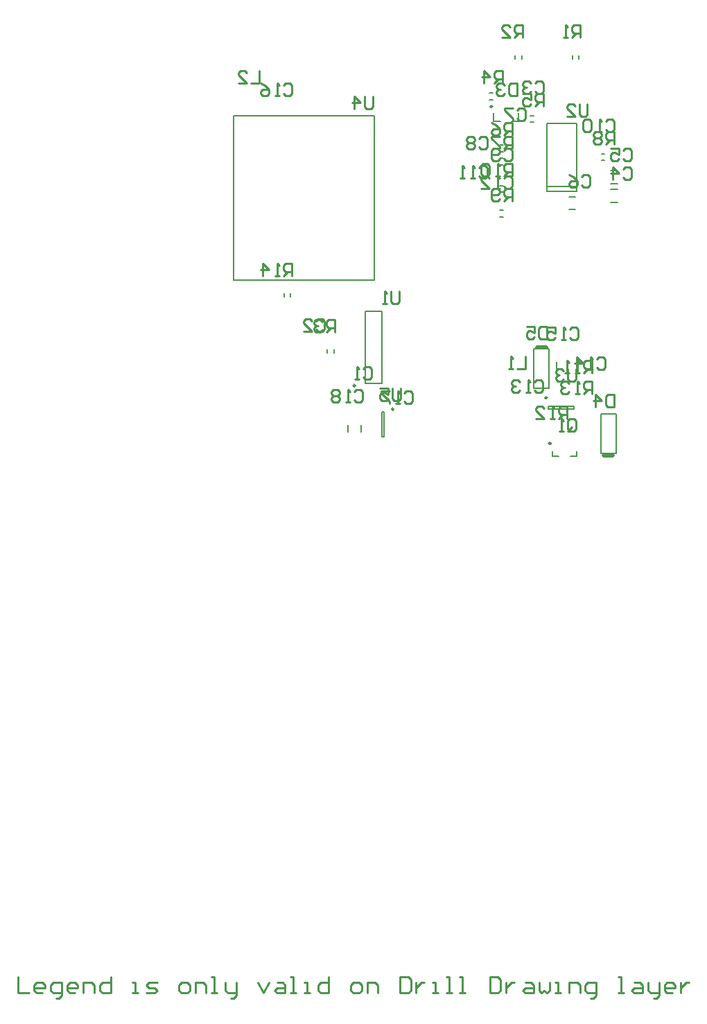
<source format=gbo>
G04 Layer_Color=32896*
%FSLAX43Y43*%
%MOMM*%
G71*
G01*
G75*
%ADD12C,0.500*%
%ADD16C,0.250*%
%ADD17C,0.254*%
%ADD47C,0.200*%
%ADD48C,0.203*%
%ADD79C,0.152*%
D12*
X47175Y22365D02*
X48275D01*
X38975Y35575D02*
X40075Y35575D01*
D16*
X40695Y23810D02*
G03*
X40695Y23810I-125J0D01*
G01*
X40215Y29400D02*
G03*
X40215Y29400I-125J0D01*
G01*
X21502Y28000D02*
G03*
X21502Y28000I-125J0D01*
G01*
X16791Y30880D02*
G03*
X16791Y30880I-125J0D01*
G01*
X33525Y64954D02*
G03*
X33525Y64954I-125J0D01*
G01*
D17*
X34991Y56212D02*
X35245Y56466D01*
X35753D01*
X36007Y56212D01*
Y55197D01*
X35753Y54943D01*
X35245D01*
X34991Y55197D01*
X34483Y54943D02*
X33975D01*
X34229D01*
Y56466D01*
X34483Y56212D01*
X32198Y54943D02*
X33214D01*
X32198Y55958D01*
Y56212D01*
X32452Y56466D01*
X32960D01*
X33214Y56212D01*
X46337Y34073D02*
X46591Y34327D01*
X47099D01*
X47353Y34073D01*
Y33058D01*
X47099Y32804D01*
X46591D01*
X46337Y33058D01*
X45829Y32804D02*
X45321D01*
X45575D01*
Y34327D01*
X45829Y34073D01*
X43798Y32804D02*
Y34327D01*
X44560Y33565D01*
X43544D01*
X42654Y26809D02*
Y28333D01*
X41892D01*
X41638Y28079D01*
Y27571D01*
X41892Y27317D01*
X42654D01*
X42146D02*
X41638Y26809D01*
X41130D02*
X40622D01*
X40876D01*
Y28333D01*
X41130Y28079D01*
X38845Y26809D02*
X39861D01*
X38845Y27825D01*
Y28079D01*
X39099Y28333D01*
X39607D01*
X39861Y28079D01*
X48453Y29799D02*
Y28276D01*
X47692D01*
X47438Y28530D01*
Y29545D01*
X47692Y29799D01*
X48453D01*
X46168Y28276D02*
Y29799D01*
X46930Y29038D01*
X45914D01*
X17785Y32923D02*
X18039Y33177D01*
X18547D01*
X18800Y32923D01*
Y31908D01*
X18547Y31654D01*
X18039D01*
X17785Y31908D01*
X17277Y31654D02*
X16769D01*
X17023D01*
Y33177D01*
X17277Y32923D01*
X12025Y38723D02*
X12279Y38977D01*
X12786D01*
X13040Y38723D01*
Y37707D01*
X12786Y37453D01*
X12279D01*
X12025Y37707D01*
X10501Y37453D02*
X11517D01*
X10501Y38469D01*
Y38723D01*
X10755Y38977D01*
X11263D01*
X11517Y38723D01*
X14330Y37420D02*
Y38943D01*
X13568D01*
X13314Y38689D01*
Y38181D01*
X13568Y37927D01*
X14330D01*
X13822D02*
X13314Y37420D01*
X12807Y38689D02*
X12553Y38943D01*
X12045D01*
X11791Y38689D01*
Y38435D01*
X12045Y38181D01*
X12299D01*
X12045D01*
X11791Y37927D01*
Y37674D01*
X12045Y37420D01*
X12553D01*
X12807Y37674D01*
X9041Y44272D02*
Y45796D01*
X8279D01*
X8026Y45542D01*
Y45034D01*
X8279Y44780D01*
X9041D01*
X8533D02*
X8026Y44272D01*
X7518D02*
X7010D01*
X7264D01*
Y45796D01*
X7518Y45542D01*
X5486Y44272D02*
Y45796D01*
X6248Y45034D01*
X5232D01*
X22204Y42372D02*
Y41103D01*
X21950Y40849D01*
X21442D01*
X21188Y41103D01*
Y42372D01*
X20681Y40849D02*
X20173D01*
X20427D01*
Y42372D01*
X20681Y42118D01*
X22315Y30544D02*
Y29274D01*
X22061Y29020D01*
X21553D01*
X21299Y29274D01*
Y30544D01*
X19776D02*
X20791D01*
Y29782D01*
X20284Y30036D01*
X20030D01*
X19776Y29782D01*
Y29274D01*
X20030Y29020D01*
X20538D01*
X20791Y29274D01*
X18939Y66180D02*
Y64910D01*
X18685Y64656D01*
X18177D01*
X17923Y64910D01*
Y66180D01*
X16654Y64656D02*
Y66180D01*
X17415Y65418D01*
X16400D01*
X45152Y65294D02*
Y64024D01*
X44899Y63770D01*
X44391D01*
X44137Y64024D01*
Y65294D01*
X42613Y63770D02*
X43629D01*
X42613Y64786D01*
Y65040D01*
X42867Y65294D01*
X43375D01*
X43629Y65040D01*
X35999Y56431D02*
Y57955D01*
X35237D01*
X34983Y57701D01*
Y57193D01*
X35237Y56939D01*
X35999D01*
X35491D02*
X34983Y56431D01*
X34475D02*
X33967D01*
X34221D01*
Y57955D01*
X34475Y57701D01*
X33206D02*
X32952Y57955D01*
X32444D01*
X32190Y57701D01*
Y56685D01*
X32444Y56431D01*
X32952D01*
X33206Y56685D01*
Y57701D01*
X35999Y53434D02*
Y54957D01*
X35237D01*
X34983Y54703D01*
Y54196D01*
X35237Y53942D01*
X35999D01*
X35491D02*
X34983Y53434D01*
X34475Y53688D02*
X34221Y53434D01*
X33714D01*
X33460Y53688D01*
Y54703D01*
X33714Y54957D01*
X34221D01*
X34475Y54703D01*
Y54450D01*
X34221Y54196D01*
X33460D01*
X39758Y65014D02*
Y66538D01*
X38996D01*
X38742Y66284D01*
Y65776D01*
X38996Y65522D01*
X39758D01*
X39250D02*
X38742Y65014D01*
X37219Y66538D02*
X38235D01*
Y65776D01*
X37727Y66030D01*
X37473D01*
X37219Y65776D01*
Y65268D01*
X37473Y65014D01*
X37981D01*
X38235Y65268D01*
X34755Y67769D02*
Y69292D01*
X33993D01*
X33740Y69038D01*
Y68531D01*
X33993Y68277D01*
X34755D01*
X34247D02*
X33740Y67769D01*
X32470D02*
Y69292D01*
X33232Y68531D01*
X32216D01*
X37267Y73368D02*
Y74892D01*
X36505D01*
X36251Y74638D01*
Y74130D01*
X36505Y73876D01*
X37267D01*
X36759D02*
X36251Y73368D01*
X34728D02*
X35743D01*
X34728Y74384D01*
Y74638D01*
X34982Y74892D01*
X35489D01*
X35743Y74638D01*
X44279Y73372D02*
Y74895D01*
X43517D01*
X43263Y74641D01*
Y74134D01*
X43517Y73880D01*
X44279D01*
X43771D02*
X43263Y73372D01*
X42756D02*
X42248D01*
X42502D01*
Y74895D01*
X42756Y74641D01*
X5098Y69358D02*
Y67834D01*
X4082D01*
X2558D02*
X3574D01*
X2558Y68850D01*
Y69104D01*
X2812Y69358D01*
X3320D01*
X3574Y69104D01*
X36541Y67770D02*
Y66247D01*
X35779D01*
X35525Y66501D01*
Y67516D01*
X35779Y67770D01*
X36541D01*
X35018Y67516D02*
X34764Y67770D01*
X34256D01*
X34002Y67516D01*
Y67262D01*
X34256Y67008D01*
X34510D01*
X34256D01*
X34002Y66755D01*
Y66501D01*
X34256Y66247D01*
X34764D01*
X35018Y66501D01*
X16626Y30086D02*
X16880Y30340D01*
X17387D01*
X17641Y30086D01*
Y29071D01*
X17387Y28817D01*
X16880D01*
X16626Y29071D01*
X16118Y28817D02*
X15610D01*
X15864D01*
Y30340D01*
X16118Y30086D01*
X14848D02*
X14594Y30340D01*
X14087D01*
X13833Y30086D01*
Y29832D01*
X14087Y29579D01*
X13833Y29325D01*
Y29071D01*
X14087Y28817D01*
X14594D01*
X14848Y29071D01*
Y29325D01*
X14594Y29579D01*
X14848Y29832D01*
Y30086D01*
X14594Y29579D02*
X14087D01*
X22798Y29934D02*
X23052Y30188D01*
X23560D01*
X23814Y29934D01*
Y28918D01*
X23560Y28664D01*
X23052D01*
X22798Y28918D01*
X22290Y28664D02*
X21782D01*
X22036D01*
Y30188D01*
X22290Y29934D01*
X21020Y30188D02*
X20005D01*
Y29934D01*
X21020Y28918D01*
Y28664D01*
X8019Y67538D02*
X8273Y67792D01*
X8781D01*
X9035Y67538D01*
Y66523D01*
X8781Y66269D01*
X8273D01*
X8019Y66523D01*
X7511Y66269D02*
X7003D01*
X7257D01*
Y67792D01*
X7511Y67538D01*
X5226Y67792D02*
X5734Y67538D01*
X6242Y67031D01*
Y66523D01*
X5988Y66269D01*
X5480D01*
X5226Y66523D01*
Y66777D01*
X5480Y67031D01*
X6242D01*
X31868Y57510D02*
X32122Y57764D01*
X32630D01*
X32883Y57510D01*
Y56494D01*
X32630Y56240D01*
X32122D01*
X31868Y56494D01*
X31360Y56240D02*
X30852D01*
X31106D01*
Y57764D01*
X31360Y57510D01*
X30090Y56240D02*
X29583D01*
X29836D01*
Y57764D01*
X30090Y57510D01*
X47388Y63135D02*
X47642Y63389D01*
X48150D01*
X48404Y63135D01*
Y62119D01*
X48150Y61865D01*
X47642D01*
X47388Y62119D01*
X46880Y61865D02*
X46372D01*
X46626D01*
Y63389D01*
X46880Y63135D01*
X45611D02*
X45357Y63389D01*
X44849D01*
X44595Y63135D01*
Y62119D01*
X44849Y61865D01*
X45357D01*
X45611Y62119D01*
Y63135D01*
X34970Y59576D02*
X35224Y59830D01*
X35732D01*
X35986Y59576D01*
Y58561D01*
X35732Y58307D01*
X35224D01*
X34970Y58561D01*
X34463D02*
X34209Y58307D01*
X33701D01*
X33447Y58561D01*
Y59576D01*
X33701Y59830D01*
X34209D01*
X34463Y59576D01*
Y59322D01*
X34209Y59068D01*
X33447D01*
X36520Y64481D02*
X36774Y64735D01*
X37282D01*
X37536Y64481D01*
Y63465D01*
X37282Y63211D01*
X36774D01*
X36520Y63465D01*
X36012Y64735D02*
X34996D01*
Y64481D01*
X36012Y63465D01*
Y63211D01*
X44442Y56378D02*
X44695Y56632D01*
X45203D01*
X45457Y56378D01*
Y55363D01*
X45203Y55109D01*
X44695D01*
X44442Y55363D01*
X42918Y56632D02*
X43426Y56378D01*
X43934Y55870D01*
Y55363D01*
X43680Y55109D01*
X43172D01*
X42918Y55363D01*
Y55616D01*
X43172Y55870D01*
X43934D01*
X49547Y59579D02*
X49801Y59833D01*
X50309D01*
X50563Y59579D01*
Y58563D01*
X50309Y58309D01*
X49801D01*
X49547Y58563D01*
X48023Y59833D02*
X49039D01*
Y59071D01*
X48531Y59325D01*
X48277D01*
X48023Y59071D01*
Y58563D01*
X48277Y58309D01*
X48785D01*
X49039Y58563D01*
X49547Y57292D02*
X49801Y57546D01*
X50309D01*
X50563Y57292D01*
Y56276D01*
X50309Y56022D01*
X49801D01*
X49547Y56276D01*
X48277Y56022D02*
Y57546D01*
X49039Y56784D01*
X48023D01*
X38727Y67789D02*
X38980Y68043D01*
X39488D01*
X39742Y67789D01*
Y66774D01*
X39488Y66520D01*
X38980D01*
X38727Y66774D01*
X38219Y67789D02*
X37965Y68043D01*
X37457D01*
X37203Y67789D01*
Y67535D01*
X37457Y67281D01*
X37711D01*
X37457D01*
X37203Y67027D01*
Y66774D01*
X37457Y66520D01*
X37965D01*
X38219Y66774D01*
X42705Y25539D02*
Y26555D01*
X42959Y26809D01*
X43467D01*
X43721Y26555D01*
Y25539D01*
X43467Y25285D01*
X42959D01*
X43213Y25793D02*
X42705Y25285D01*
X42959D02*
X42705Y25539D01*
X42197Y25285D02*
X41689D01*
X41943D01*
Y26809D01*
X42197Y26555D01*
X42984Y37782D02*
X43238Y38036D01*
X43746D01*
X44000Y37782D01*
Y36766D01*
X43746Y36512D01*
X43238D01*
X42984Y36766D01*
X42477Y36512D02*
X41969D01*
X42223D01*
Y38036D01*
X42477Y37782D01*
X40191Y38036D02*
X41207D01*
Y37274D01*
X40699Y37528D01*
X40445D01*
X40191Y37274D01*
Y36766D01*
X40445Y36512D01*
X40953D01*
X41207Y36766D01*
X48394Y60359D02*
Y61883D01*
X47632D01*
X47378Y61629D01*
Y61121D01*
X47632Y60867D01*
X48394D01*
X47886D02*
X47378Y60359D01*
X46871Y61629D02*
X46617Y61883D01*
X46109D01*
X45855Y61629D01*
Y61375D01*
X46109Y61121D01*
X45855Y60867D01*
Y60613D01*
X46109Y60359D01*
X46617D01*
X46871Y60613D01*
Y60867D01*
X46617Y61121D01*
X46871Y61375D01*
Y61629D01*
X46617Y61121D02*
X46109D01*
X35999Y61426D02*
Y62950D01*
X35237D01*
X34983Y62696D01*
Y62188D01*
X35237Y61934D01*
X35999D01*
X35491D02*
X34983Y61426D01*
X33460Y62950D02*
X33967Y62696D01*
X34475Y62188D01*
Y61680D01*
X34221Y61426D01*
X33714D01*
X33460Y61680D01*
Y61934D01*
X33714Y62188D01*
X34475D01*
X35999Y59801D02*
Y61324D01*
X35237D01*
X34983Y61070D01*
Y60562D01*
X35237Y60308D01*
X35999D01*
X35491D02*
X34983Y59801D01*
X34475Y61324D02*
X33460D01*
Y61070D01*
X34475Y60055D01*
Y59801D01*
X40241Y38112D02*
Y36588D01*
X39479D01*
X39225Y36842D01*
Y37858D01*
X39479Y38112D01*
X40241D01*
X37702D02*
X38717D01*
Y37350D01*
X38209Y37604D01*
X37956D01*
X37702Y37350D01*
Y36842D01*
X37956Y36588D01*
X38463D01*
X38717Y36842D01*
X37548Y34480D02*
Y32956D01*
X36533D01*
X36025D02*
X35517D01*
X35771D01*
Y34480D01*
X36025Y34226D01*
X43797Y32879D02*
Y31610D01*
X43543Y31356D01*
X43035D01*
X42781Y31610D01*
Y32879D01*
X42273Y32625D02*
X42019Y32879D01*
X41512D01*
X41258Y32625D01*
Y32371D01*
X41512Y32118D01*
X41765D01*
X41512D01*
X41258Y31864D01*
Y31610D01*
X41512Y31356D01*
X42019D01*
X42273Y31610D01*
X45676Y32448D02*
Y33972D01*
X44915D01*
X44661Y33718D01*
Y33210D01*
X44915Y32956D01*
X45676D01*
X45169D02*
X44661Y32448D01*
X44153D02*
X43645D01*
X43899D01*
Y33972D01*
X44153Y33718D01*
X42883Y32448D02*
X42375D01*
X42629D01*
Y33972D01*
X42883Y33718D01*
X45676Y29908D02*
Y31432D01*
X44915D01*
X44661Y31178D01*
Y30670D01*
X44915Y30416D01*
X45676D01*
X45169D02*
X44661Y29908D01*
X44153D02*
X43645D01*
X43899D01*
Y31432D01*
X44153Y31178D01*
X42883D02*
X42629Y31432D01*
X42122D01*
X41868Y31178D01*
Y30924D01*
X42122Y30670D01*
X42375D01*
X42122D01*
X41868Y30416D01*
Y30162D01*
X42122Y29908D01*
X42629D01*
X42883Y30162D01*
X38692Y31278D02*
X38946Y31532D01*
X39454D01*
X39707Y31278D01*
Y30262D01*
X39454Y30008D01*
X38946D01*
X38692Y30262D01*
X38184Y30008D02*
X37676D01*
X37930D01*
Y31532D01*
X38184Y31278D01*
X36914D02*
X36660Y31532D01*
X36153D01*
X35899Y31278D01*
Y31024D01*
X36153Y30770D01*
X36407D01*
X36153D01*
X35899Y30516D01*
Y30262D01*
X36153Y30008D01*
X36660D01*
X36914Y30262D01*
X31890Y61060D02*
X32144Y61314D01*
X32652D01*
X32906Y61060D01*
Y60044D01*
X32652Y59790D01*
X32144D01*
X31890Y60044D01*
X31382Y61060D02*
X31128Y61314D01*
X30620D01*
X30366Y61060D01*
Y60806D01*
X30620Y60552D01*
X30366Y60298D01*
Y60044D01*
X30620Y59790D01*
X31128D01*
X31382Y60044D01*
Y60298D01*
X31128Y60552D01*
X31382Y60806D01*
Y61060D01*
X31128Y60552D02*
X30620D01*
X-24419Y-41320D02*
Y-43319D01*
X-23086D01*
X-21420D02*
X-22086D01*
X-22420Y-42986D01*
Y-42319D01*
X-22086Y-41986D01*
X-21420D01*
X-21087Y-42319D01*
Y-42653D01*
X-22420D01*
X-19754Y-43985D02*
X-19421D01*
X-19087Y-43652D01*
Y-41986D01*
X-20087D01*
X-20420Y-42319D01*
Y-42986D01*
X-20087Y-43319D01*
X-19087D01*
X-17421D02*
X-18088D01*
X-18421Y-42986D01*
Y-42319D01*
X-18088Y-41986D01*
X-17421D01*
X-17088Y-42319D01*
Y-42653D01*
X-18421D01*
X-16422Y-43319D02*
Y-41986D01*
X-15422D01*
X-15089Y-42319D01*
Y-43319D01*
X-13089Y-41320D02*
Y-43319D01*
X-14089D01*
X-14422Y-42986D01*
Y-42319D01*
X-14089Y-41986D01*
X-13089D01*
X-10423Y-43319D02*
X-9757D01*
X-10090D01*
Y-41986D01*
X-10423D01*
X-8757Y-43319D02*
X-7758D01*
X-7424Y-42986D01*
X-7758Y-42653D01*
X-8424D01*
X-8757Y-42319D01*
X-8424Y-41986D01*
X-7424D01*
X-4425Y-43319D02*
X-3759D01*
X-3426Y-42986D01*
Y-42319D01*
X-3759Y-41986D01*
X-4425D01*
X-4759Y-42319D01*
Y-42986D01*
X-4425Y-43319D01*
X-2759D02*
Y-41986D01*
X-1760D01*
X-1426Y-42319D01*
Y-43319D01*
X-760D02*
X-93D01*
X-427D01*
Y-41320D01*
X-760D01*
X906Y-41986D02*
Y-42986D01*
X1239Y-43319D01*
X2239D01*
Y-43652D01*
X1906Y-43985D01*
X1573D01*
X2239Y-43319D02*
Y-41986D01*
X4905D02*
X5571Y-43319D01*
X6238Y-41986D01*
X7237D02*
X7904D01*
X8237Y-42319D01*
Y-43319D01*
X7237D01*
X6904Y-42986D01*
X7237Y-42653D01*
X8237D01*
X8904Y-43319D02*
X9570D01*
X9237D01*
Y-41320D01*
X8904D01*
X10570Y-43319D02*
X11236D01*
X10903D01*
Y-41986D01*
X10570D01*
X13569Y-41320D02*
Y-43319D01*
X12569D01*
X12236Y-42986D01*
Y-42319D01*
X12569Y-41986D01*
X13569D01*
X16568Y-43319D02*
X17234D01*
X17567Y-42986D01*
Y-42319D01*
X17234Y-41986D01*
X16568D01*
X16235Y-42319D01*
Y-42986D01*
X16568Y-43319D01*
X18234D02*
Y-41986D01*
X19234D01*
X19567Y-42319D01*
Y-43319D01*
X22233Y-41320D02*
Y-43319D01*
X23232D01*
X23566Y-42986D01*
Y-41653D01*
X23232Y-41320D01*
X22233D01*
X24232Y-41986D02*
Y-43319D01*
Y-42653D01*
X24565Y-42319D01*
X24898Y-41986D01*
X25232D01*
X26231Y-43319D02*
X26898D01*
X26565D01*
Y-41986D01*
X26231D01*
X27897Y-43319D02*
X28564D01*
X28231D01*
Y-41320D01*
X27897D01*
X29564Y-43319D02*
X30230D01*
X29897D01*
Y-41320D01*
X29564D01*
X33229D02*
Y-43319D01*
X34229D01*
X34562Y-42986D01*
Y-41653D01*
X34229Y-41320D01*
X33229D01*
X35228Y-41986D02*
Y-43319D01*
Y-42653D01*
X35562Y-42319D01*
X35895Y-41986D01*
X36228D01*
X37561D02*
X38228D01*
X38561Y-42319D01*
Y-43319D01*
X37561D01*
X37228Y-42986D01*
X37561Y-42653D01*
X38561D01*
X39227Y-41986D02*
Y-42986D01*
X39560Y-43319D01*
X39894Y-42986D01*
X40227Y-43319D01*
X40560Y-42986D01*
Y-41986D01*
X41227Y-43319D02*
X41893D01*
X41560D01*
Y-41986D01*
X41227D01*
X42893Y-43319D02*
Y-41986D01*
X43892D01*
X44226Y-42319D01*
Y-43319D01*
X45558Y-43985D02*
X45892D01*
X46225Y-43652D01*
Y-41986D01*
X45225D01*
X44892Y-42319D01*
Y-42986D01*
X45225Y-43319D01*
X46225D01*
X48891D02*
X49557D01*
X49224D01*
Y-41320D01*
X48891D01*
X50890Y-41986D02*
X51557D01*
X51890Y-42319D01*
Y-43319D01*
X50890D01*
X50557Y-42986D01*
X50890Y-42653D01*
X51890D01*
X52556Y-41986D02*
Y-42986D01*
X52889Y-43319D01*
X53889D01*
Y-43652D01*
X53556Y-43985D01*
X53223D01*
X53889Y-43319D02*
Y-41986D01*
X55555Y-43319D02*
X54889D01*
X54556Y-42986D01*
Y-42319D01*
X54889Y-41986D01*
X55555D01*
X55888Y-42319D01*
Y-42653D01*
X54556D01*
X56555Y-41986D02*
Y-43319D01*
Y-42653D01*
X56888Y-42319D01*
X57221Y-41986D01*
X57555D01*
D47*
X14177Y35250D02*
X14177Y34850D01*
X13377Y35250D02*
X13377Y34850D01*
X40870Y22210D02*
Y22810D01*
Y22210D02*
X41670Y22210D01*
X43870Y22210D02*
Y22810D01*
X43070Y22210D02*
X43870Y22210D01*
X40390Y28050D02*
X43490D01*
X40390Y28350D02*
X43490D01*
Y28050D02*
Y28350D01*
X40390Y28050D02*
Y28350D01*
X20027Y24600D02*
Y27700D01*
X20327Y24600D02*
Y27700D01*
X20027Y24600D02*
X20327D01*
X20027Y27700D02*
X20327D01*
X18016Y31140D02*
Y39940D01*
X20016Y31140D02*
X20016Y39940D01*
X18016Y31140D02*
X20016Y31140D01*
X18016Y39940D02*
X20016D01*
X1900Y43767D02*
Y63800D01*
X19100D01*
Y43767D02*
Y63800D01*
X1900Y43767D02*
X19100D01*
X8100Y42119D02*
X8100Y41719D01*
X8900Y41719D02*
Y42119D01*
X43850Y32960D02*
X43850Y33760D01*
X41350Y32960D02*
Y33760D01*
X48020Y55554D02*
X48820Y55554D01*
X48020Y57154D02*
X48820Y57154D01*
X15883Y25250D02*
Y26050D01*
X17483Y25250D02*
X17483Y26050D01*
X48020Y53254D02*
X48820D01*
X48020Y54854D02*
X48820Y54854D01*
X42900Y53954D02*
X43700Y53954D01*
X42900Y52354D02*
X43700D01*
X46850Y59204D02*
X47250D01*
X46850Y58404D02*
X47250D01*
X34450Y54482D02*
X34850D01*
X34450Y55282D02*
X34850D01*
X33200Y65800D02*
X33600D01*
X33200Y66600D02*
X33600D01*
X38200Y63854D02*
X38600D01*
X38200Y63054D02*
X38600D01*
X34450Y57836D02*
X34850D01*
X34450Y58636D02*
X34850D01*
X34450Y51482D02*
X34850Y51482D01*
X34450Y52282D02*
X34850D01*
X35900Y63179D02*
X36700D01*
X36700Y64179D02*
X36700Y63179D01*
X33700Y63179D02*
X34500D01*
X33700D02*
X33700Y64179D01*
X34450Y59454D02*
X34850D01*
X34450Y60254D02*
X34850D01*
X44130Y70800D02*
Y71200D01*
X43330Y70800D02*
Y71200D01*
X37130Y70800D02*
Y71200D01*
X36330Y70800D02*
Y71200D01*
D48*
X40200Y54604D02*
X43800D01*
X40200D02*
Y62904D01*
X43800D01*
Y54604D02*
Y62904D01*
X40200Y55154D02*
X43800D01*
D79*
X46836Y27428D02*
X48639D01*
Y22552D02*
Y27428D01*
X46836Y22552D02*
X48639D01*
X46836D02*
Y27428D01*
X38611Y30512D02*
X40414Y30512D01*
X38611Y30512D02*
Y35388D01*
X40414Y35388D01*
Y30512D02*
Y35388D01*
M02*

</source>
